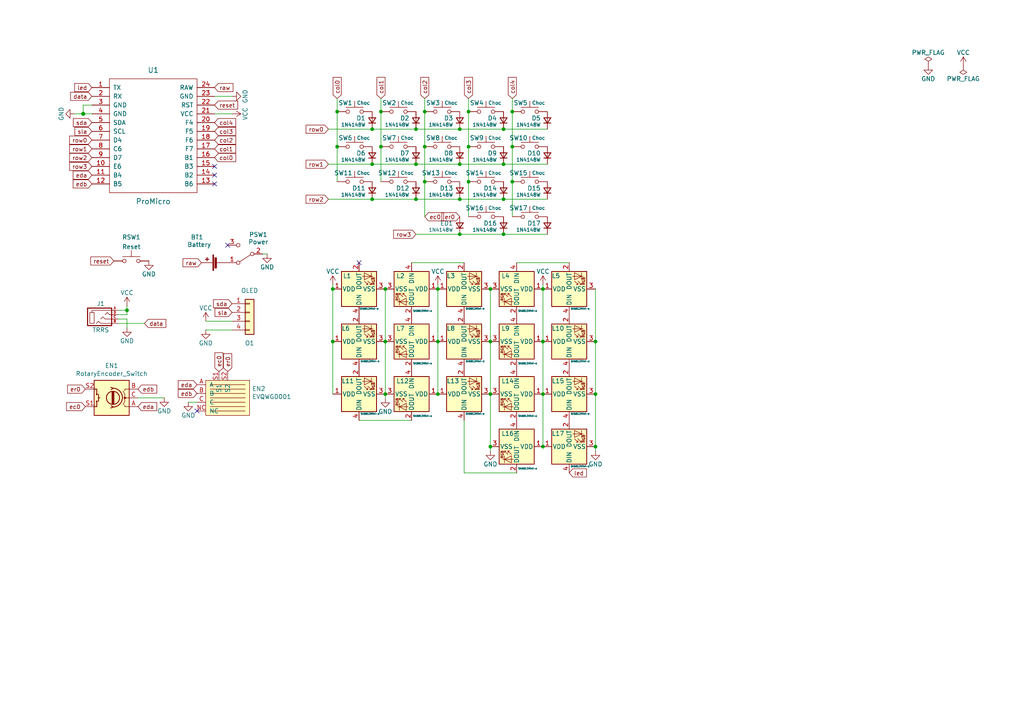
<source format=kicad_sch>
(kicad_sch (version 20230121) (generator eeschema)
  (paper "A4")
  (title_block (title "Swoop") (date "2022-02-03") (rev "0.4.1") (company "jmnw"))
  (lib_symbols
    (symbol "Connector_Generic:Conn_01x04" (pin_names (offset 1.016) hide)
      (property "Reference" "J" (at 0 5.08 0))
      (property "Value" "Conn_01x04" (at 0 -7.62 0))
      (symbol "Conn_01x04_1_1"
        (rectangle (start -1.27 -4.953) (end 0 -5.207) (stroke (width 0.1524)))
        (rectangle (start -1.27 -2.413) (end 0 -2.667) (stroke (width 0.1524)))
        (rectangle (start -1.27 0.127) (end 0 -0.127) (stroke (width 0.1524)))
        (rectangle (start -1.27 2.667) (end 0 2.413) (stroke (width 0.1524)))
        (rectangle (start -1.27 3.81) (end 1.27 -6.35) (stroke (width 0.254)) (fill (type background)))
        (pin passive line (at -5.08 2.54 0) (length 3.81) (name "Pin_1") (number "1"))
        (pin passive line (at -5.08 0 0) (length 3.81) (name "Pin_2") (number "2"))
        (pin passive line (at -5.08 -2.54 0) (length 3.81) (name "Pin_3") (number "3"))
        (pin passive line (at -5.08 -5.08 0) (length 3.81) (name "Pin_4") (number "4"))
      )
    )
    (symbol "Device:Battery_Cell" (pin_numbers hide) (pin_names (offset 0) hide)
      (property "Reference" "BT" (at 2.54 2.54 0))
      (property "Value" "Battery_Cell" (at 2.54 0 0))
      (symbol "Battery_Cell_0_1"
        (rectangle (start -2.286 1.778) (end 2.286 1.524) (fill (type outline)))
        (rectangle (start -1.5748 1.1938) (end 1.4732 0.6858) (fill (type outline)))
        (polyline (pts (xy 0 0.762) (xy 0 0)))
        (polyline (pts (xy 0 1.778) (xy 0 2.54)))
        (polyline (pts (xy 0.508 3.429) (xy 1.524 3.429)) (stroke (width 0.254)))
        (polyline (pts (xy 1.016 3.937) (xy 1.016 2.921)) (stroke (width 0.254)))
      )
      (symbol "Battery_Cell_1_1"
        (pin passive line (at 0 5.08 270) (length 2.54) (name "+") (number "1"))
        (pin passive line (at 0 -2.54 90) (length 2.54) (name "-") (number "2"))
      )
    )
    (symbol "Device:D_Small" (pin_numbers hide) (pin_names (offset 0.254) hide)
      (property "Reference" "D" (at -1.27 2.032 0))
      (property "Value" "D_Small" (at -3.81 -2.032 0))
      (symbol "D_Small_0_1"
        (polyline (pts (xy -0.762 -1.016) (xy -0.762 1.016)) (stroke (width 0.254)))
        (polyline (pts (xy -0.762 0) (xy 0.762 0)))
        (polyline (pts (xy 0.762 -1.016) (xy -0.762 0) (xy 0.762 1.016) (xy 0.762 -1.016)) (stroke (width 0.254)))
      )
      (symbol "D_Small_1_1"
        (pin passive line (at -2.54 0 0) (length 1.778) (name "K") (number "1"))
        (pin passive line (at 2.54 0 180) (length 1.778) (name "A") (number "2"))
      )
    )
    (symbol "Device:RotaryEncoder_Switch" (pin_names (offset 0.254) hide)
      (property "Reference" "SW" (at 0 6.604 0))
      (property "Value" "Device_RotaryEncoder_Switch" (at 0 -6.604 0))
      (symbol "RotaryEncoder_Switch_0_1"
        (rectangle (start -5.08 5.08) (end 5.08 -5.08) (stroke (width 0.254)) (fill (type background)))
        (circle (center -3.81 0) (radius 0.254) (fill (type outline)))
        (circle (center -0.381 0) (radius 1.905) (stroke (width 0.254)))
        (arc (start -0.381 2.667) (mid -3.0988 -0.0635) (end -0.381 -2.794) (stroke (width 0.254)))
        (polyline (pts (xy -0.635 -1.778) (xy -0.635 1.778)) (stroke (width 0.254)))
        (polyline (pts (xy -0.381 -1.778) (xy -0.381 1.778)) (stroke (width 0.254)))
        (polyline (pts (xy -0.127 1.778) (xy -0.127 -1.778)) (stroke (width 0.254)))
        (polyline (pts (xy 3.81 0) (xy 3.429 0)) (stroke (width 0.254)))
        (polyline (pts (xy 3.81 1.016) (xy 3.81 -1.016)) (stroke (width 0.254)))
        (polyline (pts (xy -5.08 -2.54) (xy -3.81 -2.54) (xy -3.81 -2.032)))
        (polyline (pts (xy -5.08 2.54) (xy -3.81 2.54) (xy -3.81 2.032)))
        (polyline (pts (xy 0.254 -3.048) (xy -0.508 -2.794) (xy 0.127 -2.413)) (stroke (width 0.254)))
        (polyline (pts (xy 0.254 2.921) (xy -0.508 2.667) (xy 0.127 2.286)) (stroke (width 0.254)))
        (polyline (pts (xy 5.08 -2.54) (xy 4.318 -2.54) (xy 4.318 -1.016)) (stroke (width 0.254)))
        (polyline (pts (xy 5.08 2.54) (xy 4.318 2.54) (xy 4.318 1.016)) (stroke (width 0.254)))
        (polyline (pts (xy -5.08 0) (xy -3.81 0) (xy -3.81 -1.016) (xy -3.302 -2.032)))
        (polyline (pts (xy -4.318 0) (xy -3.81 0) (xy -3.81 1.016) (xy -3.302 2.032)))
        (circle (center 4.318 -1.016) (radius 0.127) (stroke (width 0.254)))
        (circle (center 4.318 1.016) (radius 0.127) (stroke (width 0.254)))
      )
      (symbol "RotaryEncoder_Switch_1_1"
        (pin passive line (at -7.62 2.54 0) (length 2.54) (name "A") (number "A"))
        (pin passive line (at -7.62 -2.54 0) (length 2.54) (name "B") (number "B"))
        (pin passive line (at -7.62 0 0) (length 2.54) (name "C") (number "C"))
        (pin passive line (at 7.62 2.54 180) (length 2.54) (name "S1") (number "S1"))
        (pin passive line (at 7.62 -2.54 180) (length 2.54) (name "S2") (number "S2"))
      )
    )
    (symbol "Switch:SW_Push" (pin_numbers hide) (pin_names (offset 1.016) hide)
      (property "Reference" "SW" (at 1.27 2.54 0))
      (property "Value" "SW_Push" (at 0 -1.524 0))
      (symbol "SW_Push_0_1"
        (circle (center -2.032 0) (radius 0.508))
        (polyline (pts (xy 0 1.27) (xy 0 3.048)))
        (polyline (pts (xy 2.54 1.27) (xy -2.54 1.27)))
        (circle (center 2.032 0) (radius 0.508))
        (pin passive line (at -5.08 0 0) (length 2.54) (name "1") (number "1"))
        (pin passive line (at 5.08 0 180) (length 2.54) (name "2") (number "2"))
      )
    )
    (symbol "Switch:SW_SPDT" (pin_names (offset 0) hide)
      (property "Reference" "SW" (at 0 4.318 0))
      (property "Value" "SW_SPDT" (at 0 -5.08 0))
      (symbol "SW_SPDT_0_0"
        (circle (center -2.032 0) (radius 0.508))
        (circle (center 2.032 -2.54) (radius 0.508))
      )
      (symbol "SW_SPDT_0_1"
        (polyline (pts (xy -1.524 0.254) (xy 1.651 2.286)))
        (circle (center 2.032 2.54) (radius 0.508))
      )
      (symbol "SW_SPDT_1_1"
        (pin passive line (at 5.08 2.54 180) (length 2.54) (name "A") (number "1"))
        (pin passive line (at -5.08 0 0) (length 2.54) (name "B") (number "2"))
        (pin passive line (at 5.08 -2.54 180) (length 2.54) (name "C") (number "3"))
      )
    )
    (symbol "power:GND" (power) (pin_names (offset 0))
      (property "Value" "GND" (at 0 -3.81 0))
      (symbol "GND_0_1"
        (polyline (pts (xy 0 0) (xy 0 -1.27) (xy 1.27 -1.27) (xy 0 -2.54) (xy -1.27 -1.27) (xy 0 -1.27)))
      )
      (symbol "GND_1_1"
        (pin power_in line (at 0 0 270) (length 0) hide (name "GND") (number "1"))
      )
    )
    (symbol "power:PWR_FLAG" (power) (pin_numbers hide) (pin_names (offset 0) hide)
      (property "Value" "PWR_FLAG" (at 0 3.81 0))
      (symbol "PWR_FLAG_0_0"
        (pin power_out line (at 0 0 90) (length 0) (name "pwr") (number "1"))
      )
      (symbol "PWR_FLAG_0_1"
        (polyline (pts (xy 0 0) (xy 0 1.27) (xy -1.016 1.905) (xy 0 2.54) (xy 1.016 1.905) (xy 0 1.27)))
      )
    )
    (symbol "power:VCC" (power) (pin_names (offset 0))
      (property "Value" "VCC" (at 0 3.81 0))
      (symbol "VCC_0_1"
        (polyline (pts (xy -0.762 1.27) (xy 0 2.54)))
        (polyline (pts (xy 0 0) (xy 0 2.54)))
        (polyline (pts (xy 0 2.54) (xy 0.762 1.27)))
      )
      (symbol "VCC_1_1"
        (pin power_in line (at 0 0 90) (length 0) hide (name "VCC") (number "1"))
      )
    )
    (symbol "swoop:EVQWGD001" (pin_names (offset 1.016))
      (property "Reference" "EN2" (at 7.0612 1.3716 0))
      (property "Value" "EVQWGD001" (at 7.0612 -0.9398 0))
      (symbol "EVQWGD001_0_1"
        (rectangle (start -6.35 3.81) (end 6.35 -6.35) (fill (type background)))
        (polyline (pts (xy -5.08 -5.08) (xy 5.08 -5.08)))
        (polyline (pts (xy -5.08 -3.81) (xy 5.08 -3.81)))
        (polyline (pts (xy -5.08 -2.54) (xy 5.08 -2.54)))
        (polyline (pts (xy -5.08 -1.27) (xy 5.08 -1.27)))
        (polyline (pts (xy -5.08 0) (xy 5.08 0)))
        (polyline (pts (xy -5.08 1.27) (xy 5.08 1.27)))
        (polyline (pts (xy -5.08 2.54) (xy 5.08 2.54)))
      )
      (symbol "EVQWGD001_1_1"
        (pin output line (at -8.89 2.54 0) (length 2.54) (name "A") (number "A"))
        (pin output line (at -8.89 0 0) (length 2.54) (name "B") (number "B"))
        (pin passive line (at -8.89 -2.54 0) (length 2.54) (name "C") (number "C"))
        (pin unspecified line (at -8.89 -5.08 0) (length 2.54) (name "NC") (number "NC"))
        (pin output line (at -2.54 6.35 270) (length 2.54) (name "S1") (number "S1"))
        (pin output line (at 0 6.35 270) (length 2.54) (name "S2") (number "S2"))
      )
    )
    (symbol "swoop:MJ-4PP-9-kbd-corne-light-rescue" (pin_names (offset 1.016))
      (property "Reference" "J" (at 0 3.81 0))
      (property "Value" "MJ-4PP-9-kbd-corne-light-rescue" (at 0 -3.81 0))
      (symbol "MJ-4PP-9-kbd-corne-light-rescue_0_1"
        (rectangle (start -1.905 -1.905) (end -3.175 1.27))
        (polyline (pts (xy -2.54 1.27) (xy -2.54 1.905) (xy 3.175 1.905)))
        (polyline (pts (xy -1.27 -1.905) (xy -0.635 -1.27) (xy 0 -1.905) (xy 3.175 -1.905)))
        (polyline (pts (xy 0 -0.635) (xy 0.635 0) (xy 1.27 -0.635) (xy 3.175 -0.635)))
        (polyline (pts (xy 1.27 0.635) (xy 1.905 1.27) (xy 2.54 0.635) (xy 3.175 0.635)))
        (rectangle (start 3.175 2.54) (end -3.81 -2.54) (stroke (width 0.3048)))
      )
      (symbol "MJ-4PP-9-kbd-corne-light-rescue_1_1"
        (pin input line (at 5.08 1.905 180) (length 2.0066) (name "~") (number "A"))
        (pin input line (at 5.08 -1.905 180) (length 2.0066) (name "~") (number "B"))
        (pin input line (at 5.08 -0.635 180) (length 2.0066) (name "~") (number "C"))
        (pin input line (at 5.08 0.635 180) (length 2.0066) (name "~") (number "D"))
      )
    )
    (symbol "swoop:ProMicro-kbd-corne-light-rescue" (pin_names (offset 1.016))
      (property "Reference" "U" (at 0 24.13 0))
      (property "Value" "ProMicro-kbd-corne-light-rescue" (at 0 -13.97 0))
      (symbol "ProMicro-kbd-corne-light-rescue_0_1"
        (rectangle (start -12.7 21.59) (end 12.7 -11.43))
      )
      (symbol "ProMicro-kbd-corne-light-rescue_1_1"
        (pin bidirectional line (at -17.78 19.05 0) (length 5.08) (name "TX") (number "1"))
        (pin bidirectional line (at -17.78 -3.81 0) (length 5.08) (name "E6") (number "10"))
        (pin bidirectional line (at -17.78 -6.35 0) (length 5.08) (name "B4") (number "11"))
        (pin bidirectional line (at -17.78 -8.89 0) (length 5.08) (name "B5") (number "12"))
        (pin bidirectional line (at 17.78 -8.89 180) (length 5.08) (name "B6") (number "13"))
        (pin bidirectional line (at 17.78 -6.35 180) (length 5.08) (name "B2") (number "14"))
        (pin bidirectional line (at 17.78 -3.81 180) (length 5.08) (name "B3") (number "15"))
        (pin bidirectional line (at 17.78 -1.27 180) (length 5.08) (name "B1") (number "16"))
        (pin bidirectional line (at 17.78 1.27 180) (length 5.08) (name "F7") (number "17"))
        (pin bidirectional line (at 17.78 3.81 180) (length 5.08) (name "F6") (number "18"))
        (pin bidirectional line (at 17.78 6.35 180) (length 5.08) (name "F5") (number "19"))
        (pin bidirectional line (at -17.78 16.51 0) (length 5.08) (name "RX") (number "2"))
        (pin bidirectional line (at 17.78 8.89 180) (length 5.08) (name "F4") (number "20"))
        (pin power_in line (at 17.78 11.43 180) (length 5.08) (name "VCC") (number "21"))
        (pin input line (at 17.78 13.97 180) (length 5.08) (name "RST") (number "22"))
        (pin power_in line (at 17.78 16.51 180) (length 5.08) (name "GND") (number "23"))
        (pin power_out line (at 17.78 19.05 180) (length 5.08) (name "RAW") (number "24"))
        (pin power_in line (at -17.78 13.97 0) (length 5.08) (name "GND") (number "3"))
        (pin power_in line (at -17.78 11.43 0) (length 5.08) (name "GND") (number "4"))
        (pin bidirectional line (at -17.78 8.89 0) (length 5.08) (name "SDA") (number "5"))
        (pin bidirectional line (at -17.78 6.35 0) (length 5.08) (name "SCL") (number "6"))
        (pin bidirectional line (at -17.78 3.81 0) (length 5.08) (name "D4") (number "7"))
        (pin bidirectional line (at -17.78 1.27 0) (length 5.08) (name "C6") (number "8"))
        (pin bidirectional line (at -17.78 -1.27 0) (length 5.08) (name "D7") (number "9"))
      )
    )
    (symbol "swoop:SK6812MINI-E" (pin_names (offset 0.254))
      (property "Reference" "L1" (at -4.699 3.81 90))
      (property "Value" "SK6812MINI-E" (at 2.921 -5.715 90))
      (symbol "SK6812MINI-E_0_0"
        (text "RGB" (at 2.286 -4.191 0) (effects (font (size 0.762 0.762))))
      )
      (symbol "SK6812MINI-E_0_1"
        (polyline (pts (xy 1.27 -3.556) (xy 1.778 -3.556)))
        (polyline (pts (xy 1.27 -2.54) (xy 1.778 -2.54)))
        (polyline (pts (xy 4.699 -3.556) (xy 2.667 -3.556)))
        (polyline (pts (xy 2.286 -2.54) (xy 1.27 -3.556) (xy 1.27 -3.048)))
        (polyline (pts (xy 2.286 -1.524) (xy 1.27 -2.54) (xy 1.27 -2.032)))
        (polyline (pts (xy 3.683 -1.016) (xy 3.683 -3.556) (xy 3.683 -4.064)))
        (polyline (pts (xy 4.699 -1.524) (xy 2.667 -1.524) (xy 3.683 -3.556) (xy 4.699 -1.524)))
        (rectangle (start 5.08 5.08) (end -5.08 -5.08) (stroke (width 0.254)) (fill (type background)))
      )
      (symbol "SK6812MINI-E_1_1"
        (pin power_in line (at 0 7.62 270) (length 2.54) (name "VDD") (number "1"))
        (pin output line (at 7.62 0 180) (length 2.54) (name "DOUT") (number "2"))
        (pin power_in line (at 0 -7.62 90) (length 2.54) (name "VSS") (number "3"))
        (pin input line (at -7.62 0 0) (length 2.54) (name "DIN") (number "4"))
      )
    )
  )
  (junction (at 135.89 32.385))
  (junction (at 148.59 32.385))
  (junction (at 133.35 47.625))
  (junction (at 123.19 42.545))
  (junction (at 142.24 129.54))
  (junction (at 172.72 129.54))
  (junction (at 127 83.82))
  (junction (at 157.48 99.06))
  (junction (at 120.65 57.785))
  (junction (at 135.89 52.705))
  (junction (at 107.95 47.625))
  (junction (at 110.49 32.385))
  (junction (at 24.13 33.02) (diameter 1.016))
  (junction (at 111.76 99.06))
  (junction (at 148.59 42.545))
  (junction (at 142.24 99.06))
  (junction (at 36.83 89.9945))
  (junction (at 111.76 83.82))
  (junction (at 135.89 42.545))
  (junction (at 123.19 52.705))
  (junction (at 110.49 42.545))
  (junction (at 148.59 52.705))
  (junction (at 146.05 67.945))
  (junction (at 157.48 83.82))
  (junction (at 146.05 57.785))
  (junction (at 107.95 37.465))
  (junction (at 97.79 32.385))
  (junction (at 157.48 114.3))
  (junction (at 127 114.3))
  (junction (at 142.24 83.82))
  (junction (at 146.05 47.625))
  (junction (at 146.05 37.465))
  (junction (at 107.95 57.785))
  (junction (at 142.24 114.3))
  (junction (at 127 99.06))
  (junction (at 172.72 114.3))
  (junction (at 123.19 32.385))
  (junction (at 120.65 37.465))
  (junction (at 111.76 114.3))
  (junction (at 96.52 83.82))
  (junction (at 157.48 129.54))
  (junction (at 133.35 67.945))
  (junction (at 172.72 99.06))
  (junction (at 97.79 42.545))
  (junction (at 120.65 47.625))
  (junction (at 133.35 57.785))
  (junction (at 96.52 99.06))
  (junction (at 133.35 37.465))
  (no_connect (at 66.04 71.12))
  (no_connect (at 62.23 53.34))
  (no_connect (at 57.15 119.2045))
  (no_connect (at 104.14 76.2))
  (no_connect (at 62.23 48.26))
  (no_connect (at 62.23 50.8))
  (wire (pts (xy 34.29 91.2645) (xy 36.83 91.2645)))
  (wire (pts (xy 123.19 32.385) (xy 123.19 42.545)))
  (wire (pts (xy 123.19 28.575) (xy 123.19 32.385)))
  (wire (pts (xy 123.19 52.705) (xy 123.19 62.865)))
  (wire (pts (xy 123.19 42.545) (xy 123.19 52.705)))
  (wire (pts (xy 110.49 32.385) (xy 110.49 42.545)))
  (wire (pts (xy 110.49 28.575) (xy 110.49 32.385)))
  (wire (pts (xy 110.49 42.545) (xy 110.49 52.705)))
  (wire (pts (xy 134.62 121.92) (xy 134.62 137.16)))
  (wire (pts (xy 111.76 99.06) (xy 111.76 114.3)))
  (wire (pts (xy 111.76 83.82) (xy 111.76 99.06)))
  (wire (pts (xy 62.23 27.94) (xy 67.31 27.94)))
  (wire (pts (xy 120.65 67.945) (xy 133.35 67.945)))
  (wire (pts (xy 133.35 67.945) (xy 146.05 67.945)))
  (wire (pts (xy 146.05 67.945) (xy 158.75 67.945)))
  (wire (pts (xy 172.72 114.3) (xy 172.72 129.54)))
  (wire (pts (xy 172.72 99.06) (xy 172.72 114.3)))
  (wire (pts (xy 172.72 83.82) (xy 172.72 99.06)))
  (wire (pts (xy 104.14 121.92) (xy 119.38 121.92)))
  (wire (pts (xy 111.76 114.3) (xy 111.76 115.57)))
  (wire (pts (xy 157.48 99.06) (xy 157.48 114.3)))
  (wire (pts (xy 157.48 83.82) (xy 157.48 99.06)))
  (wire (pts (xy 157.48 114.3) (xy 157.48 129.54)))
  (wire (pts (xy 96.52 99.06) (xy 96.52 114.3)))
  (wire (pts (xy 96.52 83.82) (xy 96.52 99.06)))
  (wire (pts (xy 36.83 92.5345) (xy 36.83 95.0745)))
  (wire (pts (xy 62.23 33.02) (xy 67.31 33.02)))
  (wire (pts (xy 24.13 33.02) (xy 26.67 33.02)))
  (wire (pts (xy 135.89 32.385) (xy 135.89 42.545)))
  (wire (pts (xy 135.89 28.575) (xy 135.89 32.385)))
  (wire (pts (xy 135.89 42.545) (xy 135.89 52.705)))
  (wire (pts (xy 135.89 52.705) (xy 135.89 62.865)))
  (wire (pts (xy 95.25 57.785) (xy 107.95 57.785)))
  (wire (pts (xy 133.35 57.785) (xy 146.05 57.785)))
  (wire (pts (xy 120.65 57.785) (xy 133.35 57.785)))
  (wire (pts (xy 107.95 57.785) (xy 120.65 57.785)))
  (wire (pts (xy 146.05 57.785) (xy 158.75 57.785)))
  (wire (pts (xy 95.25 47.625) (xy 107.95 47.625)))
  (wire (pts (xy 120.65 47.625) (xy 133.35 47.625)))
  (wire (pts (xy 133.35 47.625) (xy 146.05 47.625)))
  (wire (pts (xy 107.95 47.625) (xy 120.65 47.625)))
  (wire (pts (xy 146.05 47.625) (xy 158.75 47.625)))
  (wire (pts (xy 26.67 30.48) (xy 24.13 30.48)))
  (wire (pts (xy 142.24 99.06) (xy 142.24 114.3)))
  (wire (pts (xy 142.24 83.82) (xy 142.24 99.06)))
  (wire (pts (xy 95.25 37.465) (xy 107.95 37.465)))
  (wire (pts (xy 120.65 37.465) (xy 133.35 37.465)))
  (wire (pts (xy 133.35 37.465) (xy 146.05 37.465)))
  (wire (pts (xy 107.95 37.465) (xy 120.65 37.465)))
  (wire (pts (xy 146.05 37.465) (xy 158.75 37.465)))
  (wire (pts (xy 149.86 76.2) (xy 165.1 76.2)))
  (wire (pts (xy 59.69 93.1695) (xy 67.31 93.1695)))
  (wire (pts (xy 149.86 137.16) (xy 134.62 137.16)))
  (wire (pts (xy 24.13 30.48) (xy 24.13 33.02)))
  (wire (pts (xy 34.29 89.9945) (xy 36.83 89.9945)))
  (wire (pts (xy 34.29 93.8045) (xy 41.91 93.8045)))
  (wire (pts (xy 54.61 116.6645) (xy 57.15 116.6645)))
  (wire (pts (xy 157.48 82.55) (xy 157.48 83.82)))
  (wire (pts (xy 96.52 82.55) (xy 96.52 83.82)))
  (wire (pts (xy 142.24 114.3) (xy 142.24 129.54)))
  (wire (pts (xy 40.005 115.3945) (xy 47.625 115.3945)))
  (wire (pts (xy 119.38 76.2) (xy 134.62 76.2)))
  (wire (pts (xy 21.59 33.02) (xy 24.13 33.02)))
  (wire (pts (xy 97.79 32.385) (xy 97.79 42.545)))
  (wire (pts (xy 97.79 28.575) (xy 97.79 32.385)))
  (wire (pts (xy 97.79 42.545) (xy 97.79 52.705)))
  (wire (pts (xy 59.69 95.7095) (xy 67.31 95.7095)))
  (wire (pts (xy 127 99.06) (xy 127 114.3)))
  (wire (pts (xy 127 83.82) (xy 127 99.06)))
  (wire (pts (xy 34.29 92.5345) (xy 36.83 92.5345)))
  (wire (pts (xy 36.83 89.9945) (xy 36.83 88.7245)))
  (wire (pts (xy 36.83 91.2645) (xy 36.83 89.9945)))
  (wire (pts (xy 172.72 129.54) (xy 172.72 130.81)))
  (wire (pts (xy 142.24 129.54) (xy 142.24 130.81)))
  (wire (pts (xy 76.2 73.66) (xy 77.47 73.66)))
  (wire (pts (xy 127 82.55) (xy 127 83.82)))
  (wire (pts (xy 148.59 28.575) (xy 148.59 32.385)))
  (wire (pts (xy 148.59 42.545) (xy 148.59 52.705)))
  (wire (pts (xy 148.59 32.385) (xy 148.59 42.545)))
  (wire (pts (xy 148.59 52.705) (xy 148.59 62.865)))
  (global_label "row2" (shape input) (at 26.67 45.72 180) (effects (font (size 1.1938 1.1938))) (property "Intersheetrefs" "${INTERSHEET_REFS}" (effects hide)))
  (global_label "raw" (shape input) (at 62.23 25.4 0) (effects (font (size 1.1938 1.1938))) (property "Intersheetrefs" "${INTERSHEET_REFS}" (effects hide)))
  (global_label "er0" (shape input) (at 24.765 112.8545 180) (effects (font (size 1.1938 1.1938))) (property "Intersheetrefs" "${INTERSHEET_REFS}" (effects hide)))
  (global_label "row3" (shape input) (at 26.67 48.26 180) (effects (font (size 1.1938 1.1938))) (property "Intersheetrefs" "${INTERSHEET_REFS}" (effects hide)))
  (global_label "reset" (shape input) (at 62.23 30.48 0) (effects (font (size 1.1938 1.1938))) (property "Intersheetrefs" "${INTERSHEET_REFS}" (effects hide)))
  (global_label "ec0" (shape input) (at 24.765 117.9345 180) (effects (font (size 1.1938 1.1938))) (property "Intersheetrefs" "${INTERSHEET_REFS}" (effects hide)))
  (global_label "ec0" (shape input) (at 123.19 62.865 0) (effects (font (size 1.1938 1.1938))) (property "Intersheetrefs" "${INTERSHEET_REFS}" (effects hide)))
  (global_label "row3" (shape input) (at 120.65 67.945 180) (effects (font (size 1.1938 1.1938))) (property "Intersheetrefs" "${INTERSHEET_REFS}" (effects hide)))
  (global_label "eda" (shape input) (at 26.67 50.8 180) (effects (font (size 1.1938 1.1938))) (property "Intersheetrefs" "${INTERSHEET_REFS}" (effects hide)))
  (global_label "ec0" (shape input) (at 63.5 107.7745 90) (effects (font (size 1.1938 1.1938))) (property "Intersheetrefs" "${INTERSHEET_REFS}" (effects hide)))
  (global_label "sla" (shape input) (at 67.31 90.6295 180) (effects (font (size 1.1938 1.1938))) (property "Intersheetrefs" "${INTERSHEET_REFS}" (effects hide)))
  (global_label "row2" (shape input) (at 95.25 57.785 180) (effects (font (size 1.1938 1.1938))) (property "Intersheetrefs" "${INTERSHEET_REFS}" (effects hide)))
  (global_label "sla" (shape input) (at 26.67 38.1 180) (effects (font (size 1.1938 1.1938))) (property "Intersheetrefs" "${INTERSHEET_REFS}" (effects hide)))
  (global_label "sda" (shape input) (at 67.31 88.0895 180) (effects (font (size 1.1938 1.1938))) (property "Intersheetrefs" "${INTERSHEET_REFS}" (effects hide)))
  (global_label "col1" (shape input) (at 62.23 43.18 0) (effects (font (size 1.1938 1.1938))) (property "Intersheetrefs" "${INTERSHEET_REFS}" (effects hide)))
  (global_label "col1" (shape input) (at 110.49 28.575 90) (effects (font (size 1.1938 1.1938))) (property "Intersheetrefs" "${INTERSHEET_REFS}" (effects hide)))
  (global_label "er0" (shape input) (at 133.35 62.865 180) (effects (font (size 1.1938 1.1938))) (property "Intersheetrefs" "${INTERSHEET_REFS}" (effects hide)))
  (global_label "raw" (shape input) (at 58.42 76.2 180) (effects (font (size 1.1938 1.1938))) (property "Intersheetrefs" "${INTERSHEET_REFS}" (effects hide)))
  (global_label "col3" (shape input) (at 62.23 38.1 0) (effects (font (size 1.1938 1.1938))) (property "Intersheetrefs" "${INTERSHEET_REFS}" (effects hide)))
  (global_label "col2" (shape input) (at 62.23 40.64 0) (effects (font (size 1.1938 1.1938))) (property "Intersheetrefs" "${INTERSHEET_REFS}" (effects hide)))
  (global_label "led" (shape input) (at 26.67 25.4 180) (effects (font (size 1.1938 1.1938))) (property "Intersheetrefs" "${INTERSHEET_REFS}" (effects hide)))
  (global_label "col2" (shape input) (at 123.19 28.575 90) (effects (font (size 1.1938 1.1938))) (property "Intersheetrefs" "${INTERSHEET_REFS}" (effects hide)))
  (global_label "edb" (shape input) (at 26.67 53.34 180) (effects (font (size 1.1938 1.1938))) (property "Intersheetrefs" "${INTERSHEET_REFS}" (effects hide)))
  (global_label "data" (shape input) (at 26.67 27.94 180) (effects (font (size 1.1938 1.1938))) (property "Intersheetrefs" "${INTERSHEET_REFS}" (effects hide)))
  (global_label "edb" (shape input) (at 40.005 112.8545 0) (effects (font (size 1.1938 1.1938))) (property "Intersheetrefs" "${INTERSHEET_REFS}" (effects hide)))
  (global_label "col3" (shape input) (at 135.89 28.575 90) (effects (font (size 1.1938 1.1938))) (property "Intersheetrefs" "${INTERSHEET_REFS}" (effects hide)))
  (global_label "row1" (shape input) (at 26.67 43.18 180) (effects (font (size 1.1938 1.1938))) (property "Intersheetrefs" "${INTERSHEET_REFS}" (effects hide)))
  (global_label "edb" (shape input) (at 57.15 114.1245 180) (effects (font (size 1.1938 1.1938))) (property "Intersheetrefs" "${INTERSHEET_REFS}" (effects hide)))
  (global_label "sda" (shape input) (at 26.67 35.56 180) (effects (font (size 1.1938 1.1938))) (property "Intersheetrefs" "${INTERSHEET_REFS}" (effects hide)))
  (global_label "col4" (shape input) (at 148.59 28.575 90) (effects (font (size 1.1938 1.1938))) (property "Intersheetrefs" "${INTERSHEET_REFS}" (effects hide)))
  (global_label "col0" (shape input) (at 97.79 28.575 90) (effects (font (size 1.1938 1.1938))) (property "Intersheetrefs" "${INTERSHEET_REFS}" (effects hide)))
  (global_label "reset" (shape input) (at 33.02 75.6919 180) (effects (font (size 1.1938 1.1938))) (property "Intersheetrefs" "${INTERSHEET_REFS}" (effects hide)))
  (global_label "row0" (shape input) (at 95.25 37.465 180) (effects (font (size 1.1938 1.1938))) (property "Intersheetrefs" "${INTERSHEET_REFS}" (effects hide)))
  (global_label "data" (shape input) (at 41.91 93.8045 0) (effects (font (size 1.1938 1.1938))) (property "Intersheetrefs" "${INTERSHEET_REFS}" (effects hide)))
  (global_label "col0" (shape input) (at 62.23 45.72 0) (effects (font (size 1.1938 1.1938))) (property "Intersheetrefs" "${INTERSHEET_REFS}" (effects hide)))
  (global_label "led" (shape input) (at 165.1 137.16 0) (effects (font (size 1.1938 1.1938))) (property "Intersheetrefs" "${INTERSHEET_REFS}" (effects hide)))
  (global_label "col4" (shape input) (at 62.23 35.56 0) (effects (font (size 1.1938 1.1938))) (property "Intersheetrefs" "${INTERSHEET_REFS}" (effects hide)))
  (global_label "row0" (shape input) (at 26.67 40.64 180) (effects (font (size 1.1938 1.1938))) (property "Intersheetrefs" "${INTERSHEET_REFS}" (effects hide)))
  (global_label "eda" (shape input) (at 57.15 111.5845 180) (effects (font (size 1.1938 1.1938))) (property "Intersheetrefs" "${INTERSHEET_REFS}" (effects hide)))
  (global_label "row1" (shape input) (at 95.25 47.625 180) (effects (font (size 1.1938 1.1938))) (property "Intersheetrefs" "${INTERSHEET_REFS}" (effects hide)))
  (global_label "er0" (shape input) (at 66.04 107.7745 90) (effects (font (size 1.1938 1.1938))) (property "Intersheetrefs" "${INTERSHEET_REFS}" (effects hide)))
  (global_label "eda" (shape input) (at 40.005 117.9345 0) (effects (font (size 1.1938 1.1938))) (property "Intersheetrefs" "${INTERSHEET_REFS}" (effects hide)))
  (symbol (lib_id "swoop:ProMicro-kbd-corne-light-rescue") (at 44.45 44.45 0) (unit 1)
    (property "Reference" "U1" (at 44.45 20.32 0) (effects (font (size 1.524 1.524))))
    (property "Value" "ProMicro" (at 44.45 58.42 0) (effects (font (size 1.524 1.524))))
    (property "Footprint" "swoop:ProMicro_jumpers" (effects hide))
  )
  (symbol (lib_id "power:GND") (at 67.31 27.94 90) (unit 1)
    (property "Reference" "#PWR03" (effects hide))
    (property "Value" "GND" (at 71.12 27.94 0))
  )
  (symbol (lib_id "power:VCC") (at 67.31 33.02 270) (unit 1)
    (property "Reference" "#PWR05" (effects hide))
    (property "Value" "VCC" (at 71.12 33.02 0))
  )
  (symbol (lib_id "power:GND") (at 21.59 33.02 270) (unit 1)
    (property "Reference" "#PWR04" (effects hide))
    (property "Value" "GND" (at 17.78 33.02 0))
  )
  (symbol (lib_id "power:GND") (at 269.24 19.05 0) (unit 1)
    (property "Reference" "#PWR01" (effects hide))
    (property "Value" "GND" (at 269.24 22.86 0))
  )
  (symbol (lib_id "power:VCC") (at 279.4 19.05 0) (unit 1)
    (property "Reference" "#PWR02" (effects hide))
    (property "Value" "VCC" (at 279.4 15.24 0))
  )
  (symbol (lib_id "power:PWR_FLAG") (at 279.4 19.05 180) (unit 1)
    (property "Reference" "#FLG02" (effects hide))
    (property "Value" "PWR_FLAG" (at 279.4 22.86 0))
  )
  (symbol (lib_id "power:PWR_FLAG") (at 269.24 19.05 0) (unit 1)
    (property "Reference" "#FLG01" (effects hide))
    (property "Value" "PWR_FLAG" (at 269.24 15.24 0))
  )
  (symbol (lib_id "power:VCC") (at 36.83 88.7245 0) (unit 1)
    (property "Reference" "#PWR06" (effects hide))
    (property "Value" "VCC" (at 36.83 84.9145 0))
  )
  (symbol (lib_id "power:GND") (at 36.83 95.0745 0) (unit 1)
    (property "Reference" "#PWR08" (effects hide))
    (property "Value" "GND" (at 36.83 98.8845 0))
  )
  (symbol (lib_id "swoop:MJ-4PP-9-kbd-corne-light-rescue") (at 29.21 91.8995 0) (unit 1)
    (property "Reference" "J1" (at 29.21 88.0895 0))
    (property "Value" "TRRS" (at 29.21 95.7095 0))
    (property "Footprint" "swoop:TRRS-3pin" (effects hide))
  )
  (symbol (lib_id "Device:D_Small") (at 146.05 34.925 90) (unit 1)
    (property "Reference" "D4" (at 144.145 34.29 90) (effects (justify left)))
    (property "Value" " 1N4148W" (at 144.145 36.195 90) (effects (font (size 1 1)) (justify left)))
    (property "Footprint" "swoop:D3_SMD" (effects hide))
  )
  (symbol (lib_id "swoop:SK6812MINI-E") (at 165.1 114.3 90) (unit 1)
    (property "Reference" "L15" (at 160.02 110.49 90) (effects (justify right)))
    (property "Value" "SK6812Mini-e" (at 168.275 120.015 90) (effects (font (size 0.5 0.5))))
    (property "Footprint" "swoop:SK6812_Mini_E" (effects hide))
    (property "JLCPCB BOM" "0" (effects hide))
  )
  (symbol (lib_id "Device:D_Small") (at 107.95 55.245 90) (unit 1)
    (property "Reference" "D11" (at 106.045 54.61 90) (effects (justify left)))
    (property "Value" " 1N4148W" (at 106.045 56.515 90) (effects (font (size 1 1)) (justify left)))
    (property "Footprint" "swoop:D3_SMD" (effects hide))
  )
  (symbol (lib_id "Device:D_Small") (at 120.65 34.925 90) (unit 1)
    (property "Reference" "D2" (at 118.745 34.29 90) (effects (justify left)))
    (property "Value" " 1N4148W" (at 118.745 36.195 90) (effects (font (size 1 1)) (justify left)))
    (property "Footprint" "swoop:D3_SMD" (effects hide))
  )
  (symbol (lib_id "Switch:SW_Push") (at 128.27 32.385 0) (unit 1)
    (property "Reference" "SW3" (at 127.635 29.845 0) (effects (justify right)))
    (property "Value" "Choc" (at 128.905 29.845 0) (effects (font (size 1 1)) (justify left)))
    (property "Footprint" "swoop:Choc" (effects hide))
  )
  (symbol (lib_id "swoop:SK6812MINI-E") (at 104.14 99.06 90) (unit 1)
    (property "Reference" "L6" (at 99.06 95.25 90) (effects (justify right)))
    (property "Value" "SK6812Mini-e" (at 107.315 104.775 90) (effects (font (size 0.5 0.5))))
    (property "Footprint" "swoop:SK6812_Mini_E" (effects hide))
    (property "JLCPCB BOM" "0" (effects hide))
  )
  (symbol (lib_id "swoop:SK6812MINI-E") (at 134.62 114.3 90) (unit 1)
    (property "Reference" "L13" (at 129.54 110.49 90) (effects (justify right)))
    (property "Value" "SK6812Mini-e" (at 137.795 120.015 90) (effects (font (size 0.5 0.5))))
    (property "Footprint" "swoop:SK6812_Mini_E" (effects hide))
    (property "JLCPCB BOM" "0" (effects hide))
  )
  (symbol (lib_id "Switch:SW_Push") (at 38.1 75.6919 0) (unit 1)
    (property "Reference" "RSW1" (at 38.1 68.8044 0))
    (property "Value" "Reset" (at 38.1 71.5795 0))
    (property "Footprint" "swoop:Reset" (effects hide))
  )
  (symbol (lib_id "Device:D_Small") (at 107.95 45.085 90) (unit 1)
    (property "Reference" "D6" (at 106.045 44.45 90) (effects (justify left)))
    (property "Value" " 1N4148W" (at 106.045 46.355 90) (effects (font (size 1 1)) (justify left)))
    (property "Footprint" "swoop:D3_SMD" (effects hide))
  )
  (symbol (lib_id "power:GND") (at 111.76 115.57 0) (unit 1)
    (property "Reference" "#PWR011" (effects hide))
    (property "Value" "GND" (at 111.76 119.38 0))
  )
  (symbol (lib_id "Device:D_Small") (at 158.75 45.085 90) (unit 1)
    (property "Reference" "D10" (at 156.845 44.45 90) (effects (justify left)))
    (property "Value" " 1N4148W" (at 156.845 46.355 90) (effects (font (size 1 1)) (justify left)))
    (property "Footprint" "swoop:D3_SMD" (effects hide))
  )
  (symbol (lib_id "Device:D_Small") (at 133.35 45.085 90) (unit 1)
    (property "Reference" "D8" (at 131.445 44.45 90) (effects (justify left)))
    (property "Value" " 1N4148W" (at 131.445 46.355 90) (effects (font (size 1 1)) (justify left)))
    (property "Footprint" "swoop:D3_SMD" (effects hide))
  )
  (symbol (lib_id "swoop:SK6812MINI-E") (at 149.86 99.06 270) (unit 1)
    (property "Reference" "L9" (at 145.415 95.25 90) (effects (justify left)))
    (property "Value" "SK6812Mini-e" (at 153.035 105.41 90) (effects (font (size 0.5 0.5))))
    (property "Footprint" "swoop:SK6812_Mini_E" (effects hide))
    (property "JLCPCB BOM" "0" (effects hide))
  )
  (symbol (lib_id "power:GND") (at 77.47 73.66 0) (unit 1)
    (property "Reference" "#PWR0101" (effects hide))
    (property "Value" "GND" (at 77.47 77.47 0))
  )
  (symbol (lib_id "Switch:SW_Push") (at 115.57 32.385 0) (unit 1)
    (property "Reference" "SW2" (at 114.935 29.845 0) (effects (justify right)))
    (property "Value" "Choc" (at 116.205 29.845 0) (effects (font (size 1 1)) (justify left)))
    (property "Footprint" "swoop:Choc" (effects hide))
  )
  (symbol (lib_id "Device:D_Small") (at 146.05 45.085 90) (unit 1)
    (property "Reference" "D9" (at 144.145 44.45 90) (effects (justify left)))
    (property "Value" " 1N4148W" (at 144.145 46.355 90) (effects (font (size 1 1)) (justify left)))
    (property "Footprint" "swoop:D3_SMD" (effects hide))
  )
  (symbol (lib_id "Switch:SW_Push") (at 153.67 42.545 0) (unit 1)
    (property "Reference" "SW10" (at 153.035 40.005 0) (effects (justify right)))
    (property "Value" "Choc" (at 154.305 40.005 0) (effects (font (size 1 1)) (justify left)))
    (property "Footprint" "swoop:Choc" (effects hide))
  )
  (symbol (lib_id "swoop:SK6812MINI-E") (at 165.1 129.54 90) (unit 1)
    (property "Reference" "L17" (at 160.02 125.73 90) (effects (justify right)))
    (property "Value" "SK6812Mini-e" (at 168.275 135.255 90) (effects (font (size 0.5 0.5))))
    (property "Footprint" "swoop:SK6812_Mini_E" (effects hide))
    (property "JLCPCB BOM" "0" (effects hide))
  )
  (symbol (lib_id "Switch:SW_Push") (at 102.87 32.385 0) (unit 1)
    (property "Reference" "SW1" (at 102.235 29.845 0) (effects (justify right)))
    (property "Value" "Choc" (at 103.505 29.845 0) (effects (font (size 1 1)) (justify left)))
    (property "Footprint" "swoop:Choc" (effects hide))
  )
  (symbol (lib_id "swoop:SK6812MINI-E") (at 165.1 83.82 90) (unit 1)
    (property "Reference" "L5" (at 160.02 80.01 90) (effects (justify right)))
    (property "Value" "SK6812Mini-e" (at 168.275 89.535 90) (effects (font (size 0.5 0.5))))
    (property "Footprint" "swoop:SK6812_Mini_E" (effects hide))
    (property "JLCPCB BOM" "0" (effects hide))
  )
  (symbol (lib_id "swoop:SK6812MINI-E") (at 149.86 83.82 270) (unit 1)
    (property "Reference" "L4" (at 145.415 80.01 90) (effects (justify left)))
    (property "Value" "SK6812Mini-e" (at 153.035 90.17 90) (effects (font (size 0.5 0.5))))
    (property "Footprint" "swoop:SK6812_Mini_E" (effects hide))
    (property "JLCPCB BOM" "0" (effects hide))
  )
  (symbol (lib_id "Device:D_Small") (at 133.35 65.405 90) (unit 1)
    (property "Reference" "ED1" (at 131.445 64.77 90) (effects (justify left)))
    (property "Value" " 1N4148W" (at 131.445 66.675 90) (effects (font (size 1 1)) (justify left)))
    (property "Footprint" "swoop:D3_SMD" (effects hide))
  )
  (symbol (lib_id "power:GND") (at 54.61 116.6645 0) (unit 1)
    (property "Reference" "#PWR0103" (effects hide))
    (property "Value" "GND" (at 54.61 120.4745 0))
  )
  (symbol (lib_id "power:GND") (at 142.24 130.81 0) (unit 1)
    (property "Reference" "#PWR012" (effects hide))
    (property "Value" "GND" (at 142.24 134.62 0))
  )
  (symbol (lib_id "swoop:SK6812MINI-E") (at 165.1 99.06 90) (unit 1)
    (property "Reference" "L10" (at 160.02 95.25 90) (effects (justify right)))
    (property "Value" "SK6812Mini-e" (at 168.275 104.775 90) (effects (font (size 0.5 0.5))))
    (property "Footprint" "swoop:SK6812_Mini_E" (effects hide))
    (property "JLCPCB BOM" "0" (effects hide))
  )
  (symbol (lib_id "Device:Battery_Cell") (at 63.5 76.2 90) (unit 1)
    (property "Reference" "BT1" (at 57.15 68.8044 90))
    (property "Value" "Battery" (at 57.785 70.9445 90))
    (property "Footprint" "swoop:Battery_pads" (effects hide))
  )
  (symbol (lib_id "Device:D_Small") (at 133.35 55.245 90) (unit 1)
    (property "Reference" "D13" (at 131.445 54.61 90) (effects (justify left)))
    (property "Value" " 1N4148W" (at 131.445 56.515 90) (effects (font (size 1 1)) (justify left)))
    (property "Footprint" "swoop:D3_SMD" (effects hide))
  )
  (symbol (lib_id "Device:D_Small") (at 158.75 65.405 90) (unit 1)
    (property "Reference" "D17" (at 156.845 64.77 90) (effects (justify left)))
    (property "Value" " 1N4148W" (at 156.845 66.675 90) (effects (font (size 1 1)) (justify left)))
    (property "Footprint" "swoop:D3_SMD" (effects hide))
  )
  (symbol (lib_id "swoop:SK6812MINI-E") (at 119.38 99.06 270) (unit 1)
    (property "Reference" "L7" (at 114.935 95.25 90) (effects (justify left)))
    (property "Value" "SK6812Mini-e" (at 122.555 105.41 90) (effects (font (size 0.5 0.5))))
    (property "Footprint" "swoop:SK6812_Mini_E" (effects hide))
    (property "JLCPCB BOM" "0" (effects hide))
  )
  (symbol (lib_id "Switch:SW_Push") (at 140.97 32.385 0) (unit 1)
    (property "Reference" "SW4" (at 140.335 29.845 0) (effects (justify right)))
    (property "Value" "Choc" (at 141.605 29.845 0) (effects (font (size 1 1)) (justify left)))
    (property "Footprint" "swoop:Choc" (effects hide))
  )
  (symbol (lib_id "swoop:EVQWGD001") (at 66.04 114.1245 0) (unit 1)
    (property "Reference" "EN2" (at 73.1012 112.7529 0) (effects (justify left)))
    (property "Value" "EVQWGD001" (at 73.1012 115.0643 0) (effects (justify left)))
    (property "Footprint" "swoop:RollerEncoder" (effects hide))
  )
  (symbol (lib_id "power:GND") (at 59.69 95.7095 0) (unit 1)
    (property "Reference" "#PWR0104" (effects hide))
    (property "Value" "GND" (at 59.69 99.5195 0))
  )
  (symbol (lib_id "power:VCC") (at 157.48 82.55 0) (unit 1)
    (property "Reference" "#PWR010" (effects hide))
    (property "Value" "VCC" (at 157.48 78.74 0))
  )
  (symbol (lib_id "swoop:SK6812MINI-E") (at 119.38 83.82 270) (unit 1)
    (property "Reference" "L2" (at 114.935 80.01 90) (effects (justify left)))
    (property "Value" "SK6812Mini-e" (at 122.555 90.17 90) (effects (font (size 0.5 0.5))))
    (property "Footprint" "swoop:SK6812_Mini_E" (effects hide))
    (property "JLCPCB BOM" "0" (effects hide))
  )
  (symbol (lib_id "power:GND") (at 47.625 115.3945 0) (unit 1)
    (property "Reference" "#PWR0106" (effects hide))
    (property "Value" "GND" (at 47.625 119.2045 0))
  )
  (symbol (lib_id "power:VCC") (at 127 82.55 0) (unit 1)
    (property "Reference" "#PWR09" (effects hide))
    (property "Value" "VCC" (at 127 78.74 0))
  )
  (symbol (lib_id "swoop:SK6812MINI-E") (at 104.14 114.3 90) (unit 1)
    (property "Reference" "L11" (at 99.06 110.49 90) (effects (justify right)))
    (property "Value" "SK6812Mini-e" (at 107.315 120.015 90) (effects (font (size 0.5 0.5))))
    (property "Footprint" "swoop:SK6812_Mini_E" (effects hide))
    (property "JLCPCB BOM" "0" (effects hide))
  )
  (symbol (lib_id "Device:D_Small") (at 158.75 34.925 90) (unit 1)
    (property "Reference" "D5" (at 156.845 34.29 90) (effects (justify left)))
    (property "Value" " 1N4148W" (at 156.845 36.195 90) (effects (font (size 1 1)) (justify left)))
    (property "Footprint" "swoop:D3_SMD" (effects hide))
  )
  (symbol (lib_id "Switch:SW_Push") (at 102.87 52.705 0) (unit 1)
    (property "Reference" "SW11" (at 102.235 50.165 0) (effects (justify right)))
    (property "Value" "Choc" (at 103.505 50.165 0) (effects (font (size 1 1)) (justify left)))
    (property "Footprint" "swoop:Choc" (effects hide))
  )
  (symbol (lib_id "Switch:SW_Push") (at 128.27 42.545 0) (unit 1)
    (property "Reference" "SW8" (at 127.635 40.005 0) (effects (justify right)))
    (property "Value" "Choc" (at 128.905 40.005 0) (effects (font (size 1 1)) (justify left)))
    (property "Footprint" "swoop:Choc" (effects hide))
  )
  (symbol (lib_id "Switch:SW_Push") (at 115.57 52.705 0) (unit 1)
    (property "Reference" "SW12" (at 114.935 50.165 0) (effects (justify right)))
    (property "Value" "Choc" (at 116.205 50.165 0) (effects (font (size 1 1)) (justify left)))
    (property "Footprint" "swoop:Choc" (effects hide))
  )
  (symbol (lib_id "Switch:SW_Push") (at 153.67 32.385 0) (unit 1)
    (property "Reference" "SW5" (at 153.035 29.845 0) (effects (justify right)))
    (property "Value" "Choc" (at 154.305 29.845 0) (effects (font (size 1 1)) (justify left)))
    (property "Footprint" "swoop:Choc" (effects hide))
  )
  (symbol (lib_id "Device:RotaryEncoder_Switch") (at 32.385 115.3945 180) (unit 1)
    (property "Reference" "EN1" (at 32.385 106.0727 0))
    (property "Value" "RotaryEncoder_Switch" (at 32.385 108.3841 0))
    (property "Footprint" "swoop:RotaryEncoder" (effects hide))
  )
  (symbol (lib_id "Device:D_Small") (at 107.95 34.925 90) (unit 1)
    (property "Reference" "D1" (at 106.045 34.29 90) (effects (justify left)))
    (property "Value" " 1N4148W" (at 106.045 36.195 90) (effects (font (size 1 1)) (justify left)))
    (property "Footprint" "swoop:D3_SMD" (effects hide))
  )
  (symbol (lib_id "power:GND") (at 172.72 130.81 0) (unit 1)
    (property "Reference" "#PWR013" (effects hide))
    (property "Value" "GND" (at 172.72 134.62 0))
  )
  (symbol (lib_id "Device:D_Small") (at 120.65 45.085 90) (unit 1)
    (property "Reference" "D7" (at 118.745 44.45 90) (effects (justify left)))
    (property "Value" " 1N4148W" (at 118.745 46.355 90) (effects (font (size 1 1)) (justify left)))
    (property "Footprint" "swoop:D3_SMD" (effects hide))
  )
  (symbol (lib_id "Connector_Generic:Conn_01x04") (at 72.39 90.6295 0) (unit 1)
    (property "Reference" "O1" (at 72.39 99.5195 0))
    (property "Value" "OLED" (at 72.39 84.2795 0))
    (property "Footprint" "swoop:OLED_jumpers" (effects hide))
  )
  (symbol (lib_id "Switch:SW_Push") (at 153.67 62.865 0) (unit 1)
    (property "Reference" "SW17" (at 153.035 60.325 0) (effects (justify right)))
    (property "Value" "Choc" (at 154.305 60.325 0) (effects (font (size 1 1)) (justify left)))
    (property "Footprint" "swoop:Choc" (effects hide))
  )
  (symbol (lib_id "Switch:SW_Push") (at 140.97 62.865 0) (unit 1)
    (property "Reference" "SW16" (at 140.335 60.325 0) (effects (justify right)))
    (property "Value" "Choc" (at 141.605 60.325 0) (effects (font (size 1 1)) (justify left)))
    (property "Footprint" "swoop:Choc" (effects hide))
  )
  (symbol (lib_id "swoop:SK6812MINI-E") (at 119.38 114.3 270) (unit 1)
    (property "Reference" "L12" (at 114.935 110.49 90) (effects (justify left)))
    (property "Value" "SK6812Mini-e" (at 122.555 120.65 90) (effects (font (size 0.5 0.5))))
    (property "Footprint" "swoop:SK6812_Mini_E" (effects hide))
    (property "JLCPCB BOM" "0" (effects hide))
  )
  (symbol (lib_id "swoop:SK6812MINI-E") (at 149.86 129.54 270) (unit 1)
    (property "Reference" "L16" (at 145.415 125.73 90) (effects (justify left)))
    (property "Value" "SK6812Mini-e" (at 153.035 135.89 90) (effects (font (size 0.5 0.5))))
    (property "Footprint" "swoop:SK6812_Mini_E" (effects hide))
    (property "JLCPCB BOM" "0" (effects hide))
  )
  (symbol (lib_id "Switch:SW_Push") (at 102.87 42.545 0) (unit 1)
    (property "Reference" "SW6" (at 102.235 40.005 0) (effects (justify right)))
    (property "Value" "Choc" (at 103.505 40.005 0) (effects (font (size 1 1)) (justify left)))
    (property "Footprint" "swoop:Choc" (effects hide))
  )
  (symbol (lib_id "power:GND") (at 43.18 75.6919 0) (unit 1)
    (property "Reference" "#PWR0102" (effects hide))
    (property "Value" "GND" (at 43.18 79.5019 0))
  )
  (symbol (lib_id "swoop:SK6812MINI-E") (at 134.62 99.06 90) (unit 1)
    (property "Reference" "L8" (at 129.54 95.25 90) (effects (justify right)))
    (property "Value" "SK6812Mini-e" (at 137.795 104.775 90) (effects (font (size 0.5 0.5))))
    (property "Footprint" "swoop:SK6812_Mini_E" (effects hide))
    (property "JLCPCB BOM" "0" (effects hide))
  )
  (symbol (lib_id "Device:D_Small") (at 158.75 55.245 90) (unit 1)
    (property "Reference" "D15" (at 156.845 54.61 90) (effects (justify left)))
    (property "Value" " 1N4148W" (at 156.845 56.515 90) (effects (font (size 1 1)) (justify left)))
    (property "Footprint" "swoop:D3_SMD" (effects hide))
  )
  (symbol (lib_id "Device:D_Small") (at 120.65 55.245 90) (unit 1)
    (property "Reference" "D12" (at 118.745 54.61 90) (effects (justify left)))
    (property "Value" " 1N4148W" (at 118.745 56.515 90) (effects (font (size 1 1)) (justify left)))
    (property "Footprint" "swoop:D3_SMD" (effects hide))
  )
  (symbol (lib_id "swoop:SK6812MINI-E") (at 104.14 83.82 90) (unit 1)
    (property "Reference" "L1" (at 99.441 80.01 90) (effects (justify right)))
    (property "Value" "SK6812Mini-e" (at 107.061 89.535 90) (effects (font (size 0.5 0.5))))
    (property "Footprint" "swoop:SK6812_Mini_E" (effects hide))
    (property "JLCPCB BOM" "0" (effects hide))
  )
  (symbol (lib_id "Switch:SW_Push") (at 140.97 52.705 0) (unit 1)
    (property "Reference" "SW14" (at 140.335 50.165 0) (effects (justify right)))
    (property "Value" "Choc" (at 141.605 50.165 0) (effects (font (size 1 1)) (justify left)))
    (property "Footprint" "swoop:Choc" (effects hide))
  )
  (symbol (lib_id "swoop:SK6812MINI-E") (at 149.86 114.3 270) (unit 1)
    (property "Reference" "L14" (at 145.415 110.49 90) (effects (justify left)))
    (property "Value" "SK6812Mini-e" (at 153.035 120.65 90) (effects (font (size 0.5 0.5))))
    (property "Footprint" "swoop:SK6812_Mini_E" (effects hide))
    (property "JLCPCB BOM" "0" (effects hide))
  )
  (symbol (lib_id "Switch:SW_Push") (at 153.67 52.705 0) (unit 1)
    (property "Reference" "SW15" (at 153.035 50.165 0) (effects (justify right)))
    (property "Value" "Choc" (at 154.305 50.165 0) (effects (font (size 1 1)) (justify left)))
    (property "Footprint" "swoop:Choc" (effects hide))
  )
  (symbol (lib_id "Switch:SW_Push") (at 140.97 42.545 0) (unit 1)
    (property "Reference" "SW9" (at 140.335 40.005 0) (effects (justify right)))
    (property "Value" "Choc" (at 141.605 40.005 0) (effects (font (size 1 1)) (justify left)))
    (property "Footprint" "swoop:Choc" (effects hide))
  )
  (symbol (lib_id "Switch:SW_Push") (at 115.57 42.545 0) (unit 1)
    (property "Reference" "SW7" (at 114.935 40.005 0) (effects (justify right)))
    (property "Value" "Choc" (at 116.205 40.005 0) (effects (font (size 1 1)) (justify left)))
    (property "Footprint" "swoop:Choc" (effects hide))
  )
  (symbol (lib_id "Device:D_Small") (at 146.05 55.245 90) (unit 1)
    (property "Reference" "D14" (at 144.145 54.61 90) (effects (justify left)))
    (property "Value" " 1N4148W" (at 144.145 56.515 90) (effects (font (size 1 1)) (justify left)))
    (property "Footprint" "swoop:D3_SMD" (effects hide))
  )
  (symbol (lib_id "Switch:SW_Push") (at 128.27 52.705 0) (unit 1)
    (property "Reference" "SW13" (at 127.635 50.165 0) (effects (justify right)))
    (property "Value" "Choc" (at 128.905 50.165 0) (effects (font (size 1 1)) (justify left)))
    (property "Footprint" "swoop:Choc" (effects hide))
  )
  (symbol (lib_id "Device:D_Small") (at 146.05 65.405 90) (unit 1)
    (property "Reference" "D16" (at 144.145 64.77 90) (effects (justify left)))
    (property "Value" " 1N4148W" (at 144.145 66.675 90) (effects (font (size 1 1)) (justify left)))
    (property "Footprint" "swoop:D3_SMD" (effects hide))
  )
  (symbol (lib_id "power:VCC") (at 96.52 82.55 0) (unit 1)
    (property "Reference" "#PWR07" (effects hide))
    (property "Value" "VCC" (at 96.52 78.74 0))
  )
  (symbol (lib_id "swoop:SK6812MINI-E") (at 134.62 83.82 90) (unit 1)
    (property "Reference" "L3" (at 129.54 80.01 90) (effects (justify right)))
    (property "Value" "SK6812Mini-e" (at 137.795 89.535 90) (effects (font (size 0.5 0.5))))
    (property "Footprint" "swoop:SK6812_Mini_E" (effects hide))
    (property "JLCPCB BOM" "0" (effects hide))
  )
  (symbol (lib_id "Switch:SW_SPDT") (at 71.12 73.66 180) (unit 1)
    (property "Reference" "PSW1" (at 74.93 68.0424 0))
    (property "Value" "Power" (at 74.93 70.1825 0))
    (property "Footprint" "swoop:Power" (effects hide))
  )
  (symbol (lib_id "power:VCC") (at 59.69 93.1695 0) (unit 1)
    (property "Reference" "#PWR0105" (effects hide))
    (property "Value" "VCC" (at 59.69 89.3595 0))
  )
  (symbol (lib_id "Device:D_Small") (at 133.35 34.925 90) (unit 1)
    (property "Reference" "D3" (at 131.445 34.29 90) (effects (justify left)))
    (property "Value" " 1N4148W" (at 131.445 36.195 90) (effects (font (size 1 1)) (justify left)))
    (property "Footprint" "swoop:D3_SMD" (effects hide))
  )
)
</source>
